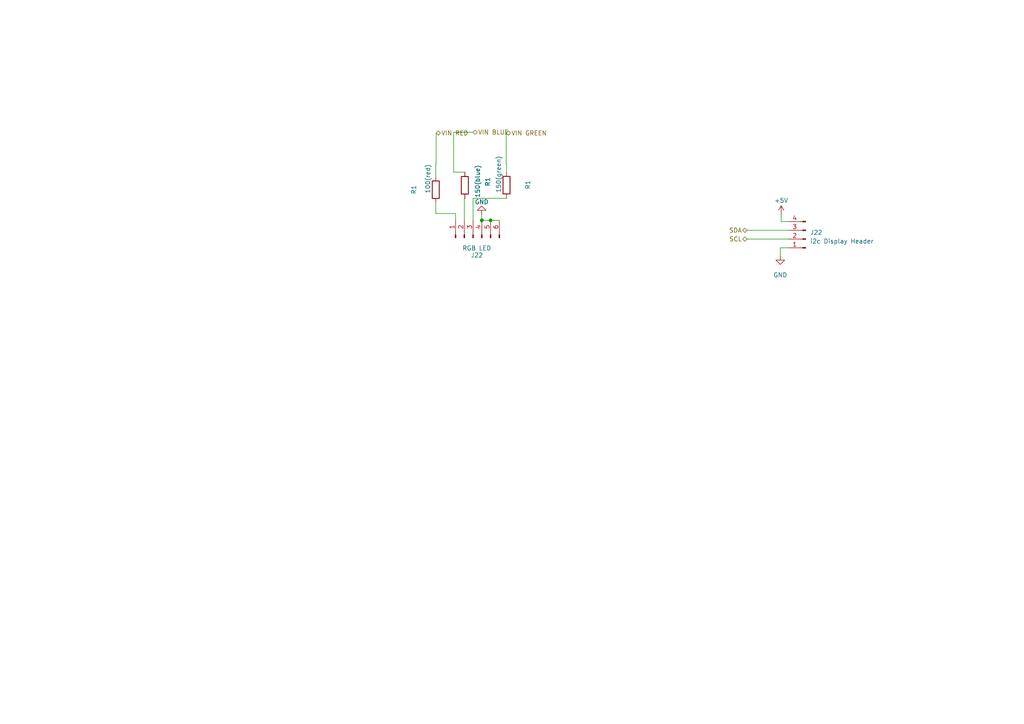
<source format=kicad_sch>
(kicad_sch (version 20230121) (generator eeschema)
  (paper "A4")
  (lib_symbols
    (symbol "Connector:Conn_01x04_Pin" (pin_names (offset 1.016) hide)
      (property "Reference" "J" (at 0 5.08 0))
      (property "Value" "Conn_01x04_Pin" (at 0 -7.62 0))
      (symbol "Conn_01x04_Pin_1_1"
        (polyline (pts (xy 1.27 -5.08) (xy 0.8636 -5.08)) (stroke (width 0.1524)))
        (polyline (pts (xy 1.27 -2.54) (xy 0.8636 -2.54)) (stroke (width 0.1524)))
        (polyline (pts (xy 1.27 0) (xy 0.8636 0)) (stroke (width 0.1524)))
        (polyline (pts (xy 1.27 2.54) (xy 0.8636 2.54)) (stroke (width 0.1524)))
        (rectangle (start 0.8636 -4.953) (end 0 -5.207) (stroke (width 0.1524)) (fill (type outline)))
        (rectangle (start 0.8636 -2.413) (end 0 -2.667) (stroke (width 0.1524)) (fill (type outline)))
        (rectangle (start 0.8636 0.127) (end 0 -0.127) (stroke (width 0.1524)) (fill (type outline)))
        (rectangle (start 0.8636 2.667) (end 0 2.413) (stroke (width 0.1524)) (fill (type outline)))
        (pin passive line (at 5.08 2.54 180) (length 3.81) (name "Pin_1") (number "1"))
        (pin passive line (at 5.08 0 180) (length 3.81) (name "Pin_2") (number "2"))
        (pin passive line (at 5.08 -2.54 180) (length 3.81) (name "Pin_3") (number "3"))
        (pin passive line (at 5.08 -5.08 180) (length 3.81) (name "Pin_4") (number "4"))
      )
    )
    (symbol "Connector:Conn_01x06_Pin" (pin_names (offset 1.016) hide)
      (property "Reference" "J" (at 0 7.62 0))
      (property "Value" "Conn_01x06_Pin" (at 0 -10.16 0))
      (symbol "Conn_01x06_Pin_1_1"
        (polyline (pts (xy 1.27 -7.62) (xy 0.8636 -7.62)) (stroke (width 0.1524)))
        (polyline (pts (xy 1.27 -5.08) (xy 0.8636 -5.08)) (stroke (width 0.1524)))
        (polyline (pts (xy 1.27 -2.54) (xy 0.8636 -2.54)) (stroke (width 0.1524)))
        (polyline (pts (xy 1.27 0) (xy 0.8636 0)) (stroke (width 0.1524)))
        (polyline (pts (xy 1.27 2.54) (xy 0.8636 2.54)) (stroke (width 0.1524)))
        (polyline (pts (xy 1.27 5.08) (xy 0.8636 5.08)) (stroke (width 0.1524)))
        (rectangle (start 0.8636 -7.493) (end 0 -7.747) (stroke (width 0.1524)) (fill (type outline)))
        (rectangle (start 0.8636 -4.953) (end 0 -5.207) (stroke (width 0.1524)) (fill (type outline)))
        (rectangle (start 0.8636 -2.413) (end 0 -2.667) (stroke (width 0.1524)) (fill (type outline)))
        (rectangle (start 0.8636 0.127) (end 0 -0.127) (stroke (width 0.1524)) (fill (type outline)))
        (rectangle (start 0.8636 2.667) (end 0 2.413) (stroke (width 0.1524)) (fill (type outline)))
        (rectangle (start 0.8636 5.207) (end 0 4.953) (stroke (width 0.1524)) (fill (type outline)))
        (pin passive line (at 5.08 5.08 180) (length 3.81) (name "Pin_1") (number "1"))
        (pin passive line (at 5.08 2.54 180) (length 3.81) (name "Pin_2") (number "2"))
        (pin passive line (at 5.08 0 180) (length 3.81) (name "Pin_3") (number "3"))
        (pin passive line (at 5.08 -2.54 180) (length 3.81) (name "Pin_4") (number "4"))
        (pin passive line (at 5.08 -5.08 180) (length 3.81) (name "Pin_5") (number "5"))
        (pin passive line (at 5.08 -7.62 180) (length 3.81) (name "Pin_6") (number "6"))
      )
    )
    (symbol "Device:R" (pin_numbers hide) (pin_names (offset 0))
      (property "Reference" "R" (at 2.032 0 90))
      (property "Value" "R" (at 0 0 90))
      (symbol "R_0_1"
        (rectangle (start -1.016 -2.54) (end 1.016 2.54) (stroke (width 0.254)))
      )
      (symbol "R_1_1"
        (pin passive line (at 0 3.81 270) (length 1.27) (name "~") (number "1"))
        (pin passive line (at 0 -3.81 90) (length 1.27) (name "~") (number "2"))
      )
    )
    (symbol "power:+5V" (power) (pin_names (offset 0))
      (property "Value" "+5V" (at 0 3.556 0))
      (symbol "+5V_0_1"
        (polyline (pts (xy -0.762 1.27) (xy 0 2.54)))
        (polyline (pts (xy 0 0) (xy 0 2.54)))
        (polyline (pts (xy 0 2.54) (xy 0.762 1.27)))
      )
      (symbol "+5V_1_1"
        (pin power_in line (at 0 0 90) (length 0) hide (name "+5V") (number "1"))
      )
    )
    (symbol "power:GND" (power) (pin_names (offset 0))
      (property "Value" "GND" (at 0 -3.81 0))
      (symbol "GND_0_1"
        (polyline (pts (xy 0 0) (xy 0 -1.27) (xy 1.27 -1.27) (xy 0 -2.54) (xy -1.27 -1.27) (xy 0 -1.27)))
      )
      (symbol "GND_1_1"
        (pin power_in line (at 0 0 270) (length 0) hide (name "GND") (number "1"))
      )
    )
  )
  (junction (at 142.2908 63.9064))
  (junction (at 139.7508 63.9064))
  (wire (pts (xy 131.572 38.354) (xy 137.16 38.354)))
  (wire (pts (xy 134.6708 57.5564) (xy 134.8232 57.5564)))
  (wire (pts (xy 137.2108 57.5056) (xy 137.2108 63.9064)))
  (wire (pts (xy 146.812 47.6504) (xy 146.812 38.608)))
  (wire (pts (xy 139.7 62.2808) (xy 139.7 63.9064)))
  (wire (pts (xy 131.572 49.9364) (xy 134.8232 49.9364)))
  (wire (pts (xy 126.492 47.498) (xy 126.492 38.608)))
  (wire (pts (xy 126.3904 61.9252) (xy 132.1308 61.9252)))
  (wire (pts (xy 139.7508 63.9064) (xy 139.7 63.9064)))
  (wire (pts (xy 226.568 62.23) (xy 226.568 64.262)))
  (wire (pts (xy 216.662 69.342) (xy 228.6 69.342)))
  (wire (pts (xy 146.9136 47.6504) (xy 146.9136 49.8856)))
  (wire (pts (xy 126.3904 51.2064) (xy 126.3904 47.498)))
  (wire (pts (xy 131.572 38.354) (xy 131.572 49.9364)))
  (wire (pts (xy 139.7508 63.9064) (xy 142.2908 63.9064)))
  (wire (pts (xy 132.1308 61.9252) (xy 132.1308 63.9064)))
  (wire (pts (xy 228.6 64.262) (xy 226.568 64.262)))
  (wire (pts (xy 146.812 47.6504) (xy 146.9136 47.6504)))
  (wire (pts (xy 142.2908 63.9064) (xy 144.8308 63.9064)))
  (wire (pts (xy 228.6 71.882) (xy 226.314 71.882)))
  (wire (pts (xy 226.314 71.882) (xy 226.314 74.168)))
  (wire (pts (xy 134.6708 63.9064) (xy 134.6708 57.5564)))
  (wire (pts (xy 146.9136 57.5056) (xy 137.2108 57.5056)))
  (wire (pts (xy 126.492 47.498) (xy 126.3904 47.498)))
  (wire (pts (xy 216.662 66.802) (xy 228.6 66.802)))
  (wire (pts (xy 126.3904 58.8264) (xy 126.3904 61.9252)))
  (hierarchical_label "VIN RED" (shape bidirectional) (at 126.492 38.608 0))
  (hierarchical_label "SCL" (shape bidirectional) (at 216.662 69.342 180))
  (hierarchical_label "SDA" (shape bidirectional) (at 216.662 66.802 180))
  (hierarchical_label "VIN BLUE" (shape bidirectional) (at 137.16 38.354 0))
  (hierarchical_label "VIN GREEN" (shape bidirectional) (at 146.812 38.608 0))
  (symbol (lib_id "Connector:Conn_01x04_Pin") (at 233.68 69.342 180) (unit 1)
    (property "Reference" "J22" (at 234.95 67.437 0) (effects (justify right)))
    (property "Value" "i2c Display Header" (at 234.95 69.977 0) (effects (justify right)))
    (property "Footprint" "SSD1306:128x64OLED" (effects hide))
    (instances (project "rps01" (path "" (reference "J22") (unit 1)) (path "" (reference "J23") (unit 1)) (path "" (reference "J13") (unit 1))))
  )
  (symbol (lib_id "power:GND") (at 226.314 74.168 0) (unit 1)
    (property "Reference" "#PWR031" (effects hide))
    (property "Value" "GND" (at 226.314 79.756 0))
    (instances (project "rps01" (path "" (reference "#PWR031") (unit 1)) (path "" (reference "#PWR052") (unit 1)) (path "" (reference "#PWR049") (unit 1))))
  )
  (symbol (lib_id "Device:R") (at 126.3904 55.0164 180) (unit 1)
    (property "Reference" "R1" (at 120.0404 55.0164 90))
    (property "Value" "100(red)" (at 124.1044 51.8668 90))
    (property "Footprint" "Resistor_SMD:R_0603_1608Metric" (effects hide))
    (instances (project "MCU2" (path "" (reference "R1") (unit 1))) (project "rps01" (path "" (reference "R5") (unit 1)) (path "" (reference "R12") (unit 1))) (project "M_MUC" (path "" (reference "R2") (unit 1))))
  )
  (symbol (lib_id "power:+5V") (at 226.568 62.23 0) (unit 1)
    (property "Reference" "#PWR044" (effects hide))
    (property "Value" "+5V" (at 226.568 58.166 0))
    (instances (project "rps01" (path "" (reference "#PWR044") (unit 1)) (path "" (reference "#PWR053") (unit 1)) (path "" (reference "#PWR050") (unit 1))))
  )
  (symbol (lib_id "Connector:Conn_01x06_Pin") (at 137.2108 68.9864 90) (unit 1)
    (property "Reference" "J22" (at 138.3284 74.0156 90))
    (property "Value" "RGB LED" (at 138.2776 71.9836 90))
    (property "Footprint" "LED_SMD:LED_RGB_5050-6" (effects hide))
    (instances (project "rps01" (path "" (reference "J22") (unit 1)) (path "" (reference "J4") (unit 1))))
  )
  (symbol (lib_id "power:GND") (at 139.7 62.2808 180) (unit 1)
    (property "Reference" "#PWR015" (effects hide))
    (property "Value" "GND" (at 139.7 58.5724 0))
    (instances (project "MCU2" (path "" (reference "#PWR015") (unit 1))) (project "rps01" (path "" (reference "#PWR013") (unit 1)) (path "" (reference "#PWR048") (unit 1))))
  )
  (symbol (lib_id "Device:R") (at 134.8232 53.7464 180) (unit 1)
    (property "Reference" "R1" (at 141.478 52.7304 90))
    (property "Value" "150(blue)" (at 138.5316 52.578 90))
    (property "Footprint" "Resistor_SMD:R_0603_1608Metric" (effects hide))
    (instances (project "MCU2" (path "" (reference "R1") (unit 1))) (project "rps01" (path "" (reference "R4") (unit 1)) (path "" (reference "R13") (unit 1))) (project "M_MUC" (path "" (reference "R2") (unit 1))))
  )
  (symbol (lib_id "Device:R") (at 146.9136 53.6956 180) (unit 1)
    (property "Reference" "R1" (at 153.1112 53.594 90))
    (property "Value" "150(green)" (at 144.6276 50.546 90))
    (property "Footprint" "Resistor_SMD:R_0603_1608Metric" (effects hide))
    (instances (project "MCU2" (path "" (reference "R1") (unit 1))) (project "rps01" (path "" (reference "R6") (unit 1)) (path "" (reference "R14") (unit 1))) (project "M_MUC" (path "" (reference "R2") (unit 1))))
  )
)
</source>
